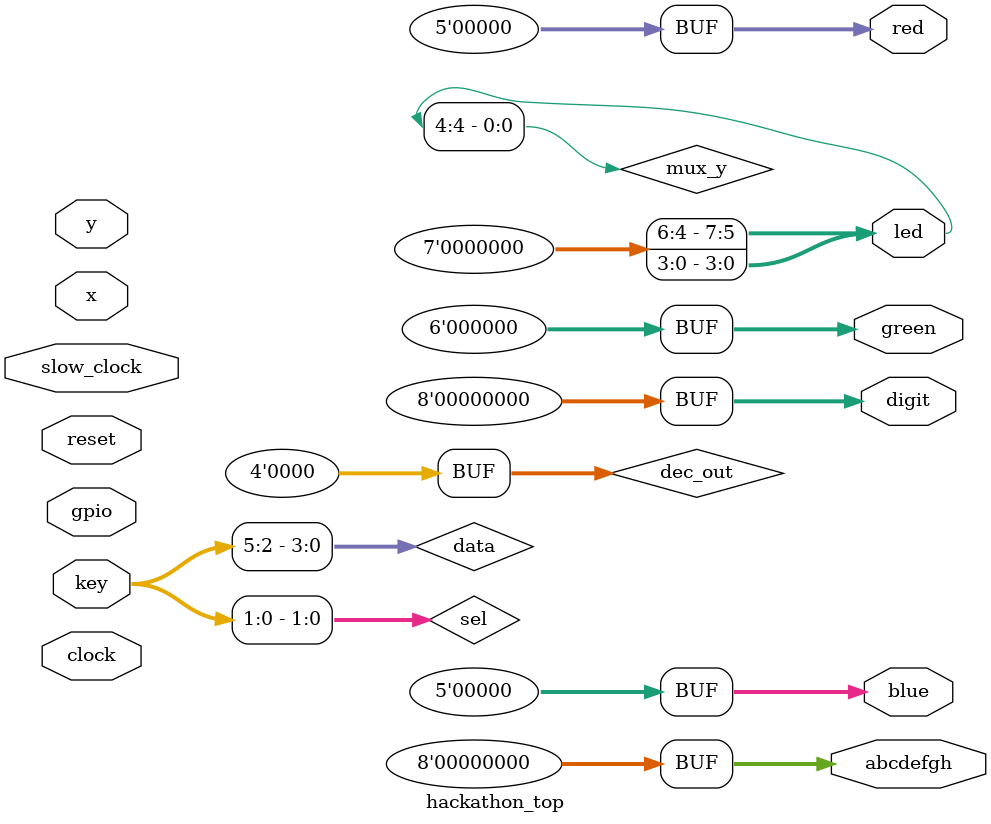
<source format=sv>

module hackathon_top
(
    input  logic       clock,
    input  logic       slow_clock,
    input  logic       reset,

    input  logic [7:0] key,
    output logic [7:0] led,

    // Display de 7 segmentos dinámico (no usado aquí)
    output logic [7:0] abcdefgh,
    output logic [7:0] digit,

    // Interfaz hacia LCD (no usada en esta actividad)
    input  logic [8:0] x,
    input  logic [8:0] y,
    output logic [4:0] red,
    output logic [5:0] green,
    output logic [4:0] blue,

    inout  logic [3:0] gpio
);

    // En esta actividad no usamos display, LCD ni GPIO.
    assign abcdefgh = '0;
    assign digit    = '0;
    assign red      = '0;
    assign green    = '0;
    assign blue     = '0;
    // gpio lo maneja el wrapper de la placa

    // -------------------------------------------------------------------------
    // Entradas lógicas: selectores y datos del mux
    // -------------------------------------------------------------------------
    //
    // Propuesta de mapeo:
    //   sel[1:0]  = key[1:0]
    //   data[3:0] = key[5:2]
    //
    // Así puedes cambiar qué canal seleccionas (sel)
    // y qué valor tiene cada dato (data[i]) usando las teclas.

    logic [1:0] sel;
    logic [3:0] data;

    assign sel  = key[1:0];
    assign data = key[5:2];

    // -------------------------------------------------------------------------
    // Decoder 2→4 "one-hot"
    // -------------------------------------------------------------------------
    //
    // Objetivo:
    //   A partir de sel[1:0], generar un vector dec_out[3:0] con exactamente
    //   un bit en 1:
    //
    //   sel = 2'b00 -> dec_out = 4'b0001  (canal 0 activo)
    //   sel = 2'b01 -> dec_out = 4'b0010  (canal 1 activo)
    //   sel = 2'b10 -> dec_out = 4'b0100  (canal 2 activo)
    //   sel = 2'b11 -> dec_out = 4'b1000  (canal 3 activo)
    //
    // Recomendado: usar un bloque always_comb con case(sel).

    logic [3:0] dec_out;

    always_comb
    begin
        // Valor por defecto
        dec_out = 4'b0000;

        // TODO: implementar el decoder 2→4 usando sel
        // Ejemplo orientativo:
        //
        // case (sel)
        //   2'b00: dec_out = 4'b0001;
        //   2'b01: dec_out = 4'b0010;
        //   2'b10: dec_out = 4'b0100;
        //   2'b11: dec_out = 4'b1000;
        //   default: dec_out = 4'b0000;
        // endcase
    end

    // -------------------------------------------------------------------------
    // Composición: mux 4→1 construido con decoder + AND + OR
    // -------------------------------------------------------------------------
    //
    // Idea:
    //   - and_terms[i] = dec_out[i] & data[i]   para i = 0..3
    //   - mux_y = OR de todos los and_terms
    //
    // Esto selecciona UNO de los bits data[3:0], según cuál salida del decoder
    // está en 1.
    //
    // Ejemplo:
    //   sel = 2'b10 -> dec_out = 4'b0100 -> and_terms[2] = data[2]
    //   y los demás and_terms = 0. Entonces mux_y = data[2].

    logic [3:0] and_terms;
    logic       mux_y;

    // TODO: implementar las ANDs
    // assign and_terms[0] = ...;
    // assign and_terms[1] = ...;
    // assign and_terms[2] = ...;
    // assign and_terms[3] = ...;

    // TODO: implementar la OR final del mux
    // Puede ser con OR en cadena o usando reducción:
    // assign mux_y = and_terms[0] | and_terms[1] | and_terms[2] | and_terms[3];
    // o
    // assign mux_y = |and_terms;

    // -------------------------------------------------------------------------
    // Salidas a LEDs
    // -------------------------------------------------------------------------
    //
    // Sugerencia:
    //   - led[3:0] muestran el decoder (one-hot).
    //   - led[4]   muestra la salida del mux (mux_y).
    //   - led[7:5] libres para extensiones.

    always_comb
    begin
        led = 8'b0000_0000;

        led[3:0] = dec_out;  // Visualizar salidas del decoder
        led[4]   = mux_y;    // Salida del mux 4→1

        // Opcional: podría usar led[5]..led[7] para depuración o extensiones.
    end

endmodule

</source>
